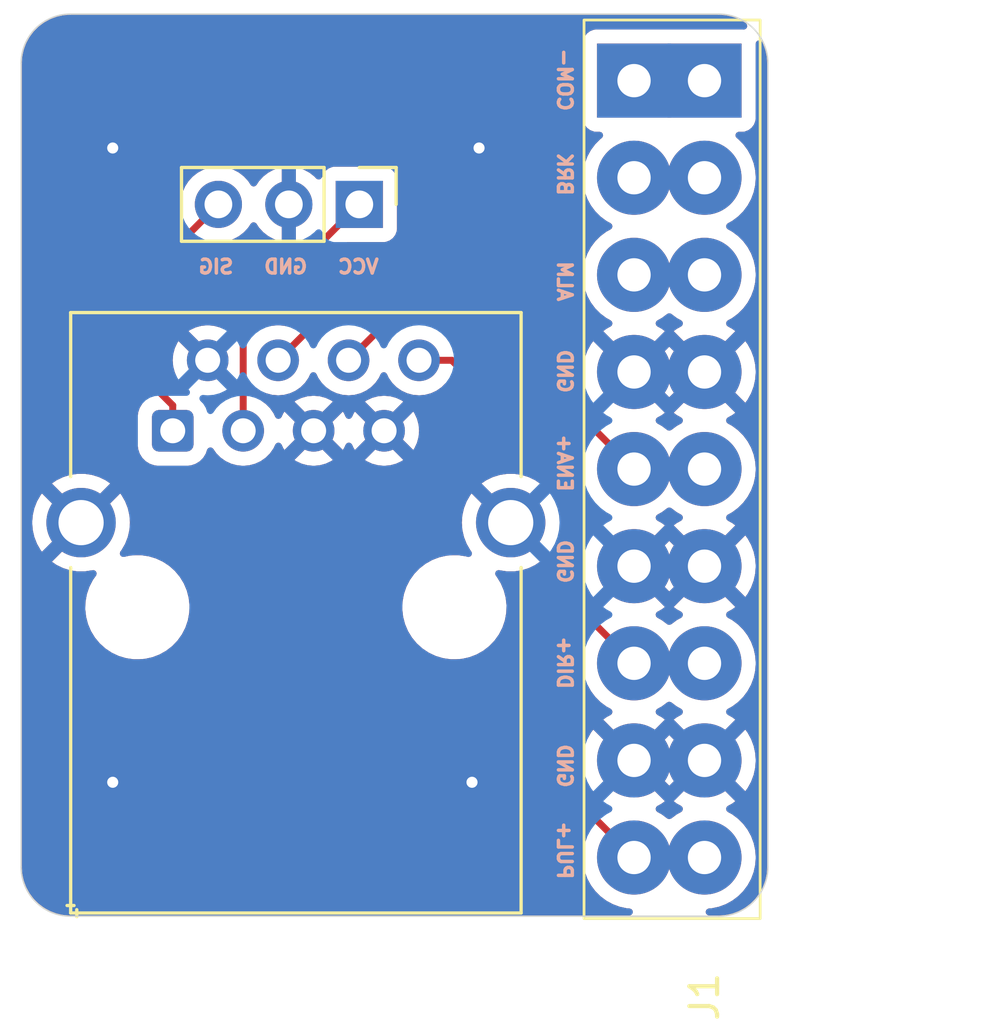
<source format=kicad_pcb>
(kicad_pcb (version 20221018) (generator pcbnew)
  (layers (0 "F.Cu" signal) (31 "B.Cu" signal) (34 "B.Paste" user) (35 "F.Paste" user) (36 "B.SilkS" user "B.Silkscreen") (37 "F.SilkS" user "F.Silkscreen") (38 "B.Mask" user) (39 "F.Mask" user) (44 "Edge.Cuts" user))
  (net 0 "")
  (net 1 "GND")
  (net 2 "/DIR+")
  (net 3 "/VCC 3.3V")
  (net 4 "/SIG")
  (net 5 "/PUL+")
  (net 6 "/ENA+")
  (net 7 "/COM-")
  (net 8 "/BRK")
  (net 9 "/ALM")
  (footprint "Connector_PinHeader_2.54mm:PinHeader_1x03_P2.54mm_Vertical" (layer "F.Cu") (at 152.908 98.552 -90)
    (fp_text reference "J2" hide)
    (fp_text value "Conn_01x03" hide)
    (fp_line (start -1.33 -1.33) (end 0 -1.33) (stroke (width 0.12)) (layer "F.SilkS"))
    (fp_line (start -1.33 0) (end -1.33 -1.33) (stroke (width 0.12)) (layer "F.SilkS"))
    (fp_line (start -1.33 1.27) (end -1.33 6.41) (stroke (width 0.12)) (layer "F.SilkS"))
    (fp_line (start -1.33 1.27) (end 1.33 1.27) (stroke (width 0.12)) (layer "F.SilkS"))
    (fp_line (start -1.33 6.41) (end 1.33 6.41) (stroke (width 0.12)) (layer "F.SilkS"))
    (fp_line (start 1.33 1.27) (end 1.33 6.41) (stroke (width 0.12)) (layer "F.SilkS"))
    (pad "1" thru_hole rect (at 0 0 270) (size 1.7 1.7) (drill 1) (layers "*.Cu" "*.Mask") (net 3 "/VCC 3.3V"))
    (pad "2" thru_hole oval (at 0 2.54 270) (size 1.7 1.7) (drill 1) (layers "*.Cu" "*.Mask") (net 1 "GND"))
    (pad "3" thru_hole oval (at 0 5.08 270) (size 1.7 1.7) (drill 1) (layers "*.Cu" "*.Mask") (net 4 "/SIG"))
  )
  (footprint "Clockdiv-KiCad:RJ45_Conrad_1586526" (layer "F.Cu") (at 144.912 113.0615)
    (fp_text reference "J3" hide)
    (fp_text value "RJ45_Shielded")
    (fp_line (start -2.41 -10.61) (end -2.41 -4.7) (stroke (width 0.12)) (layer "F.SilkS"))
    (fp_line (start -2.41 -10.61) (end 13.83 -10.61) (stroke (width 0.12)) (layer "F.SilkS"))
    (fp_line (start -2.41 -1.42) (end -2.41 11.03) (stroke (width 0.12)) (layer "F.SilkS"))
    (fp_line (start -2.29 10.76) (end -2.54 10.76) (stroke (width 0.12)) (layer "F.SilkS"))
    (fp_line (start -2.19 10.91) (end -2.19 11.16) (stroke (width 0.12)) (layer "F.SilkS"))
    (fp_line (start 13.83 -10.61) (end 13.83 -4.7) (stroke (width 0.12)) (layer "F.SilkS"))
    (fp_line (start 13.83 -1.42) (end 13.83 11.03) (stroke (width 0.12)) (layer "F.SilkS"))
    (fp_line (start 13.83 11.03) (end -2.41 11.03) (stroke (width 0.12)) (layer "F.SilkS"))
    (pad "" np_thru_hole circle (at -0.005 0.01) (size 3.25 3.25) (drill 3.25) (layers "*.Cu" "*.Mask"))
    (pad "" np_thru_hole circle (at 11.425 0.01) (size 3.25 3.25) (drill 3.25) (layers "*.Cu" "*.Mask"))
    (pad "1" thru_hole roundrect (at 1.27 -6.35) (size 1.5 1.5) (drill 0.9) (layers "*.Cu" "*.Mask") (roundrect_rratio 0.167) (net 4 "/SIG"))
    (pad "2" thru_hole circle (at 2.53 -8.89) (size 1.5 1.5) (drill 0.9) (layers "*.Cu" "*.Mask") (net 1 "GND"))
    (pad "3" thru_hole circle (at 3.81 -6.35) (size 1.5 1.5) (drill 0.9) (layers "*.Cu" "*.Mask") (net 3 "/VCC 3.3V"))
    (pad "4" thru_hole circle (at 5.07 -8.89) (size 1.5 1.5) (drill 0.9) (layers "*.Cu" "*.Mask") (net 6 "/ENA+"))
    (pad "5" thru_hole circle (at 6.35 -6.35) (size 1.5 1.5) (drill 0.9) (layers "*.Cu" "*.Mask") (net 1 "GND"))
    (pad "6" thru_hole circle (at 7.61 -8.89 90) (size 1.5 1.5) (drill 0.9) (layers "*.Cu" "*.Mask") (net 2 "/DIR+"))
    (pad "7" thru_hole circle (at 8.89 -6.35) (size 1.5 1.5) (drill 0.9) (layers "*.Cu" "*.Mask") (net 1 "GND"))
    (pad "8" thru_hole circle (at 10.15 -8.89) (size 1.5 1.5) (drill 0.9) (layers "*.Cu" "*.Mask") (net 5 "/PUL+"))
    (pad "SH" thru_hole circle (at -2.035 -3.04) (size 2.5 2.5) (drill 1.63) (layers "*.Cu" "*.Mask") (net 1 "GND"))
    (pad "SH" thru_hole circle (at 13.455 -3.04) (size 2.5 2.5) (drill 1.63) (layers "*.Cu" "*.Mask") (net 1 "GND"))
  )
  (footprint "clockdiv:Terminalblock_1x9_3.5mm" (layer "F.Cu") (at 165.354 94.092 -90)
    (fp_text reference "J1" (at 33.02 0 90) (layer "F.SilkS"))
    (fp_text value "Conn_01x09")
    (fp_rect (start -2.1844 -2.0066) (end 30.2006 4.3434) (stroke (width 0.1)) (fill none) (layer "F.SilkS"))
    (pad "1" thru_hole rect (at 0 0 270) (size 2.67 2.67) (drill 1.2) (layers "*.Cu" "*.Mask") (net 7 "/COM-"))
    (pad "1" thru_hole rect (at 0 2.54 270) (size 2.67 2.67) (drill 1.2) (layers "*.Cu" "*.Mask") (net 7 "/COM-"))
    (pad "2" thru_hole circle (at 3.5 0 270) (size 2.67 2.67) (drill 1.2) (layers "*.Cu" "*.Mask") (net 8 "/BRK"))
    (pad "2" thru_hole circle (at 3.5 2.54 270) (size 2.67 2.67) (drill 1.2) (layers "*.Cu" "*.Mask") (net 8 "/BRK"))
    (pad "3" thru_hole circle (at 7 0 270) (size 2.67 2.67) (drill 1.2) (layers "*.Cu" "*.Mask") (net 9 "/ALM"))
    (pad "3" thru_hole circle (at 7 2.54 270) (size 2.67 2.67) (drill 1.2) (layers "*.Cu" "*.Mask") (net 9 "/ALM"))
    (pad "4" thru_hole circle (at 10.5 0 270) (size 2.67 2.67) (drill 1.2) (layers "*.Cu" "*.Mask") (net 1 "GND"))
    (pad "4" thru_hole circle (at 10.5 2.54 270) (size 2.67 2.67) (drill 1.2) (layers "*.Cu" "*.Mask") (net 1 "GND"))
    (pad "5" thru_hole circle (at 14 0 270) (size 2.67 2.67) (drill 1.2) (layers "*.Cu" "*.Mask") (net 6 "/ENA+"))
    (pad "5" thru_hole circle (at 14 2.54 270) (size 2.67 2.67) (drill 1.2) (layers "*.Cu" "*.Mask") (net 6 "/ENA+"))
    (pad "6" thru_hole circle (at 17.5 0 270) (size 2.67 2.67) (drill 1.2) (layers "*.Cu" "*.Mask") (net 1 "GND"))
    (pad "6" thru_hole circle (at 17.5 2.54 270) (size 2.67 2.67) (drill 1.2) (layers "*.Cu" "*.Mask") (net 1 "GND"))
    (pad "7" thru_hole circle (at 21 0 270) (size 2.67 2.67) (drill 1.2) (layers "*.Cu" "*.Mask") (net 2 "/DIR+"))
    (pad "7" thru_hole circle (at 21 2.54 270) (size 2.67 2.67) (drill 1.2) (layers "*.Cu" "*.Mask") (net 2 "/DIR+"))
    (pad "8" thru_hole circle (at 24.5 0 270) (size 2.67 2.67) (drill 1.2) (layers "*.Cu" "*.Mask") (net 1 "GND"))
    (pad "8" thru_hole circle (at 24.5 2.54 270) (size 2.67 2.67) (drill 1.2) (layers "*.Cu" "*.Mask") (net 1 "GND"))
    (pad "9" thru_hole circle (at 28 0 270) (size 2.67 2.67) (drill 1.2) (layers "*.Cu" "*.Mask") (net 5 "/PUL+"))
    (pad "9" thru_hole circle (at 28 2.54 270) (size 2.67 2.67) (drill 1.2) (layers "*.Cu" "*.Mask") (net 5 "/PUL+"))
  )
  (footprint "LOGO" (layer "B.Cu") (at 150.368 118.364 180)
    (fp_text reference "G***" hide)
    (fp_text value "LOGO" hide)
  )
  (gr_line (start 167.64 122.428) (end 167.64 93.472) (stroke (width 0.05)) (layer "Edge.Cuts"))
  (gr_arc (start 140.716 93.472) (mid 141.236764 92.214764) (end 142.494 91.694) (stroke (width 0.05)) (layer "Edge.Cuts"))
  (gr_line (start 165.862 91.694) (end 142.494 91.694) (stroke (width 0.05)) (layer "Edge.Cuts"))
  (gr_arc (start 142.494 124.206) (mid 141.236764 123.685236) (end 140.716 122.428) (stroke (width 0.05)) (layer "Edge.Cuts"))
  (gr_arc (start 165.862 91.694) (mid 167.119236 92.214764) (end 167.64 93.472) (stroke (width 0.05)) (layer "Edge.Cuts"))
  (gr_arc (start 167.64 122.428) (mid 167.119236 123.685236) (end 165.862 124.206) (stroke (width 0.05)) (layer "Edge.Cuts"))
  (gr_line (start 140.716 93.472) (end 140.716 122.428) (stroke (width 0.05)) (layer "Edge.Cuts"))
  (gr_line (start 142.494 124.206) (end 165.862 124.206) (stroke (width 0.05)) (layer "Edge.Cuts"))
  (gr_text "BRK" (at 160.02 98.298 270) (layer "B.SilkS") (effects (font (size 0.5 0.5) (thickness 0.125)) (justify left bottom mirror)))
  (gr_text "ALM" (at 160.02 102.108 270) (layer "B.SilkS") (effects (font (size 0.5 0.5) (thickness 0.125)) (justify left bottom mirror)))
  (gr_text "GND" (at 160.02 119.634 -90) (layer "B.SilkS") (effects (font (size 0.5 0.5) (thickness 0.125)) (justify left bottom mirror)))
  (gr_text "DIR+" (at 160.02 116.078 -90) (layer "B.SilkS") (effects (font (size 0.5 0.5) (thickness 0.125)) (justify left bottom mirror)))
  (gr_text "ENA+" (at 160.02 108.966 -90) (layer "B.SilkS") (effects (font (size 0.5 0.5) (thickness 0.125)) (justify left bottom mirror)))
  (gr_text "COM-" (at 160.02 95.25 270) (layer "B.SilkS") (effects (font (size 0.5 0.5) (thickness 0.125)) (justify left bottom mirror)))
  (gr_text "GND" (at 160.02 112.268 -90) (layer "B.SilkS") (effects (font (size 0.5 0.5) (thickness 0.125)) (justify left bottom mirror)))
  (gr_text "VCC   GND   SIG" (at 153.67 101.092) (layer "B.SilkS") (effects (font (size 0.5 0.5) (thickness 0.125) bold) (justify left bottom mirror)))
  (gr_text "PUL+" (at 160.02 122.936 -90) (layer "B.SilkS") (effects (font (size 0.5 0.5) (thickness 0.125)) (justify left bottom mirror)))
  (gr_text "GND" (at 160.02 105.41 -90) (layer "B.SilkS") (effects (font (size 0.5 0.5) (thickness 0.125)) (justify left bottom mirror)))
  (via (at 156.972 119.38) (size 0.8) (drill 0.4) (layers "F.Cu" "B.Cu") (net 1))
  (via (at 157.226 96.52) (size 0.8) (drill 0.4) (layers "F.Cu" "B.Cu") (net 1))
  (via (at 144.018 96.52) (size 0.8) (drill 0.4) (layers "F.Cu" "B.Cu") (net 1))
  (via (at 144.018 119.38) (size 0.8) (drill 0.4) (layers "F.Cu" "B.Cu") (net 1))
  (segment (start 156.21 102.362) (end 160.782 106.934) (width 0.25) (layer "F.Cu") (net 2))
  (segment (start 154.3315 102.362) (end 156.21 102.362) (width 0.25) (layer "F.Cu") (net 2))
  (segment (start 160.782 106.934) (end 160.782 113.06) (width 0.25) (layer "F.Cu") (net 2))
  (segment (start 152.522 104.1715) (end 154.3315 102.362) (width 0.25) (layer "F.Cu") (net 2))
  (segment (start 160.782 113.06) (end 162.814 115.092) (width 0.25) (layer "F.Cu") (net 2))
  (segment (start 148.722 102.738) (end 148.722 106.7115) (width 0.25) (layer "F.Cu") (net 3))
  (segment (start 152.908 98.552) (end 148.722 102.738) (width 0.25) (layer "F.Cu") (net 3))
  (segment (start 145.288 104.902) (end 146.182 105.796) (width 0.25) (layer "F.Cu") (net 4))
  (segment (start 147.828 98.552) (end 145.288 101.092) (width 0.25) (layer "F.Cu") (net 4))
  (segment (start 145.288 101.092) (end 145.288 104.902) (width 0.25) (layer "F.Cu") (net 4))
  (segment (start 146.182 105.796) (end 146.182 106.7115) (width 0.25) (layer "F.Cu") (net 4))
  (segment (start 160.274 108.204) (end 160.274 119.552) (width 0.25) (layer "F.Cu") (net 5))
  (segment (start 156.2415 104.1715) (end 160.274 108.204) (width 0.25) (layer "F.Cu") (net 5))
  (segment (start 160.274 119.552) (end 162.814 122.092) (width 0.25) (layer "F.Cu") (net 5))
  (segment (start 155.062 104.1715) (end 156.2415 104.1715) (width 0.25) (layer "F.Cu") (net 5))
  (segment (start 149.982 104.1715) (end 152.5535 101.6) (width 0.25) (layer "F.Cu") (net 6))
  (segment (start 156.322 101.6) (end 162.814 108.092) (width 0.25) (layer "F.Cu") (net 6))
  (segment (start 152.5535 101.6) (end 156.322 101.6) (width 0.25) (layer "F.Cu") (net 6))
  (zone (net 1) (net_name "GND") (layer "F.Cu") (connect_pads (clearance 0.508)) (min_thickness 0.254) (fill yes (thermal_gap 0.508) (thermal_bridge_width 0.508))
    (polygon (pts (xy 168.148 124.841) (xy 139.954 124.841) (xy 139.954 91.186) (xy 168.148 91.186)))
  )
  (zone (net 1) (net_name "GND") (layer "B.Cu") (connect_pads (clearance 0.508)) (min_thickness 0.254) (fill yes (thermal_gap 0.508) (thermal_bridge_width 0.508))
    (polygon (pts (xy 168.148 124.841) (xy 139.954 124.841) (xy 139.954 91.186) (xy 168.148 91.186)))
  )
)
</source>
